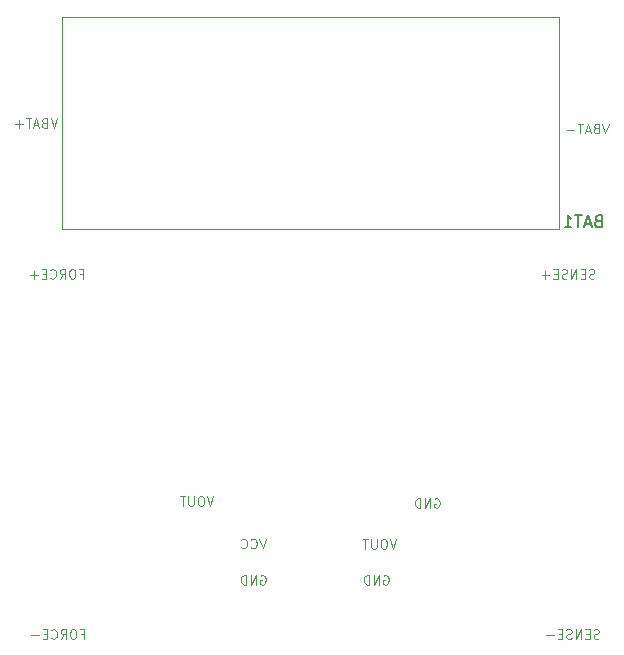
<source format=gbr>
%TF.GenerationSoftware,KiCad,Pcbnew,8.0.1*%
%TF.CreationDate,2024-04-22T08:31:39-07:00*%
%TF.ProjectId,milliohm_meter,6d696c6c-696f-4686-9d5f-6d657465722e,rev?*%
%TF.SameCoordinates,Original*%
%TF.FileFunction,Legend,Bot*%
%TF.FilePolarity,Positive*%
%FSLAX46Y46*%
G04 Gerber Fmt 4.6, Leading zero omitted, Abs format (unit mm)*
G04 Created by KiCad (PCBNEW 8.0.1) date 2024-04-22 08:31:39*
%MOMM*%
%LPD*%
G01*
G04 APERTURE LIST*
%ADD10C,0.100000*%
%ADD11C,0.150000*%
%ADD12C,0.120000*%
%ADD13C,6.400000*%
%ADD14R,1.700000X1.700000*%
%ADD15O,1.700000X1.700000*%
%ADD16C,4.000000*%
%ADD17C,0.900000*%
%ADD18C,1.270000*%
%ADD19C,2.940000*%
G04 APERTURE END LIST*
D10*
X161960830Y-76389000D02*
X161846544Y-76427095D01*
X161846544Y-76427095D02*
X161656068Y-76427095D01*
X161656068Y-76427095D02*
X161579877Y-76389000D01*
X161579877Y-76389000D02*
X161541782Y-76350904D01*
X161541782Y-76350904D02*
X161503687Y-76274714D01*
X161503687Y-76274714D02*
X161503687Y-76198523D01*
X161503687Y-76198523D02*
X161541782Y-76122333D01*
X161541782Y-76122333D02*
X161579877Y-76084238D01*
X161579877Y-76084238D02*
X161656068Y-76046142D01*
X161656068Y-76046142D02*
X161808449Y-76008047D01*
X161808449Y-76008047D02*
X161884639Y-75969952D01*
X161884639Y-75969952D02*
X161922734Y-75931857D01*
X161922734Y-75931857D02*
X161960830Y-75855666D01*
X161960830Y-75855666D02*
X161960830Y-75779476D01*
X161960830Y-75779476D02*
X161922734Y-75703285D01*
X161922734Y-75703285D02*
X161884639Y-75665190D01*
X161884639Y-75665190D02*
X161808449Y-75627095D01*
X161808449Y-75627095D02*
X161617972Y-75627095D01*
X161617972Y-75627095D02*
X161503687Y-75665190D01*
X161160829Y-76008047D02*
X160894163Y-76008047D01*
X160779877Y-76427095D02*
X161160829Y-76427095D01*
X161160829Y-76427095D02*
X161160829Y-75627095D01*
X161160829Y-75627095D02*
X160779877Y-75627095D01*
X160437019Y-76427095D02*
X160437019Y-75627095D01*
X160437019Y-75627095D02*
X159979876Y-76427095D01*
X159979876Y-76427095D02*
X159979876Y-75627095D01*
X159637020Y-76389000D02*
X159522734Y-76427095D01*
X159522734Y-76427095D02*
X159332258Y-76427095D01*
X159332258Y-76427095D02*
X159256067Y-76389000D01*
X159256067Y-76389000D02*
X159217972Y-76350904D01*
X159217972Y-76350904D02*
X159179877Y-76274714D01*
X159179877Y-76274714D02*
X159179877Y-76198523D01*
X159179877Y-76198523D02*
X159217972Y-76122333D01*
X159217972Y-76122333D02*
X159256067Y-76084238D01*
X159256067Y-76084238D02*
X159332258Y-76046142D01*
X159332258Y-76046142D02*
X159484639Y-76008047D01*
X159484639Y-76008047D02*
X159560829Y-75969952D01*
X159560829Y-75969952D02*
X159598924Y-75931857D01*
X159598924Y-75931857D02*
X159637020Y-75855666D01*
X159637020Y-75855666D02*
X159637020Y-75779476D01*
X159637020Y-75779476D02*
X159598924Y-75703285D01*
X159598924Y-75703285D02*
X159560829Y-75665190D01*
X159560829Y-75665190D02*
X159484639Y-75627095D01*
X159484639Y-75627095D02*
X159294162Y-75627095D01*
X159294162Y-75627095D02*
X159179877Y-75665190D01*
X158837019Y-76008047D02*
X158570353Y-76008047D01*
X158456067Y-76427095D02*
X158837019Y-76427095D01*
X158837019Y-76427095D02*
X158837019Y-75627095D01*
X158837019Y-75627095D02*
X158456067Y-75627095D01*
X158113209Y-76122333D02*
X157503686Y-76122333D01*
X157808447Y-76427095D02*
X157808447Y-75817571D01*
X118476068Y-106513447D02*
X118742734Y-106513447D01*
X118742734Y-106932495D02*
X118742734Y-106132495D01*
X118742734Y-106132495D02*
X118361782Y-106132495D01*
X117904639Y-106132495D02*
X117752258Y-106132495D01*
X117752258Y-106132495D02*
X117676068Y-106170590D01*
X117676068Y-106170590D02*
X117599877Y-106246780D01*
X117599877Y-106246780D02*
X117561782Y-106399161D01*
X117561782Y-106399161D02*
X117561782Y-106665828D01*
X117561782Y-106665828D02*
X117599877Y-106818209D01*
X117599877Y-106818209D02*
X117676068Y-106894400D01*
X117676068Y-106894400D02*
X117752258Y-106932495D01*
X117752258Y-106932495D02*
X117904639Y-106932495D01*
X117904639Y-106932495D02*
X117980830Y-106894400D01*
X117980830Y-106894400D02*
X118057020Y-106818209D01*
X118057020Y-106818209D02*
X118095116Y-106665828D01*
X118095116Y-106665828D02*
X118095116Y-106399161D01*
X118095116Y-106399161D02*
X118057020Y-106246780D01*
X118057020Y-106246780D02*
X117980830Y-106170590D01*
X117980830Y-106170590D02*
X117904639Y-106132495D01*
X116761782Y-106932495D02*
X117028449Y-106551542D01*
X117218925Y-106932495D02*
X117218925Y-106132495D01*
X117218925Y-106132495D02*
X116914163Y-106132495D01*
X116914163Y-106132495D02*
X116837973Y-106170590D01*
X116837973Y-106170590D02*
X116799878Y-106208685D01*
X116799878Y-106208685D02*
X116761782Y-106284876D01*
X116761782Y-106284876D02*
X116761782Y-106399161D01*
X116761782Y-106399161D02*
X116799878Y-106475352D01*
X116799878Y-106475352D02*
X116837973Y-106513447D01*
X116837973Y-106513447D02*
X116914163Y-106551542D01*
X116914163Y-106551542D02*
X117218925Y-106551542D01*
X115961782Y-106856304D02*
X115999878Y-106894400D01*
X115999878Y-106894400D02*
X116114163Y-106932495D01*
X116114163Y-106932495D02*
X116190354Y-106932495D01*
X116190354Y-106932495D02*
X116304640Y-106894400D01*
X116304640Y-106894400D02*
X116380830Y-106818209D01*
X116380830Y-106818209D02*
X116418925Y-106742019D01*
X116418925Y-106742019D02*
X116457021Y-106589638D01*
X116457021Y-106589638D02*
X116457021Y-106475352D01*
X116457021Y-106475352D02*
X116418925Y-106322971D01*
X116418925Y-106322971D02*
X116380830Y-106246780D01*
X116380830Y-106246780D02*
X116304640Y-106170590D01*
X116304640Y-106170590D02*
X116190354Y-106132495D01*
X116190354Y-106132495D02*
X116114163Y-106132495D01*
X116114163Y-106132495D02*
X115999878Y-106170590D01*
X115999878Y-106170590D02*
X115961782Y-106208685D01*
X115618925Y-106513447D02*
X115352259Y-106513447D01*
X115237973Y-106932495D02*
X115618925Y-106932495D01*
X115618925Y-106932495D02*
X115618925Y-106132495D01*
X115618925Y-106132495D02*
X115237973Y-106132495D01*
X114895115Y-106627733D02*
X114285592Y-106627733D01*
X162341830Y-106894400D02*
X162227544Y-106932495D01*
X162227544Y-106932495D02*
X162037068Y-106932495D01*
X162037068Y-106932495D02*
X161960877Y-106894400D01*
X161960877Y-106894400D02*
X161922782Y-106856304D01*
X161922782Y-106856304D02*
X161884687Y-106780114D01*
X161884687Y-106780114D02*
X161884687Y-106703923D01*
X161884687Y-106703923D02*
X161922782Y-106627733D01*
X161922782Y-106627733D02*
X161960877Y-106589638D01*
X161960877Y-106589638D02*
X162037068Y-106551542D01*
X162037068Y-106551542D02*
X162189449Y-106513447D01*
X162189449Y-106513447D02*
X162265639Y-106475352D01*
X162265639Y-106475352D02*
X162303734Y-106437257D01*
X162303734Y-106437257D02*
X162341830Y-106361066D01*
X162341830Y-106361066D02*
X162341830Y-106284876D01*
X162341830Y-106284876D02*
X162303734Y-106208685D01*
X162303734Y-106208685D02*
X162265639Y-106170590D01*
X162265639Y-106170590D02*
X162189449Y-106132495D01*
X162189449Y-106132495D02*
X161998972Y-106132495D01*
X161998972Y-106132495D02*
X161884687Y-106170590D01*
X161541829Y-106513447D02*
X161275163Y-106513447D01*
X161160877Y-106932495D02*
X161541829Y-106932495D01*
X161541829Y-106932495D02*
X161541829Y-106132495D01*
X161541829Y-106132495D02*
X161160877Y-106132495D01*
X160818019Y-106932495D02*
X160818019Y-106132495D01*
X160818019Y-106132495D02*
X160360876Y-106932495D01*
X160360876Y-106932495D02*
X160360876Y-106132495D01*
X160018020Y-106894400D02*
X159903734Y-106932495D01*
X159903734Y-106932495D02*
X159713258Y-106932495D01*
X159713258Y-106932495D02*
X159637067Y-106894400D01*
X159637067Y-106894400D02*
X159598972Y-106856304D01*
X159598972Y-106856304D02*
X159560877Y-106780114D01*
X159560877Y-106780114D02*
X159560877Y-106703923D01*
X159560877Y-106703923D02*
X159598972Y-106627733D01*
X159598972Y-106627733D02*
X159637067Y-106589638D01*
X159637067Y-106589638D02*
X159713258Y-106551542D01*
X159713258Y-106551542D02*
X159865639Y-106513447D01*
X159865639Y-106513447D02*
X159941829Y-106475352D01*
X159941829Y-106475352D02*
X159979924Y-106437257D01*
X159979924Y-106437257D02*
X160018020Y-106361066D01*
X160018020Y-106361066D02*
X160018020Y-106284876D01*
X160018020Y-106284876D02*
X159979924Y-106208685D01*
X159979924Y-106208685D02*
X159941829Y-106170590D01*
X159941829Y-106170590D02*
X159865639Y-106132495D01*
X159865639Y-106132495D02*
X159675162Y-106132495D01*
X159675162Y-106132495D02*
X159560877Y-106170590D01*
X159218019Y-106513447D02*
X158951353Y-106513447D01*
X158837067Y-106932495D02*
X159218019Y-106932495D01*
X159218019Y-106932495D02*
X159218019Y-106132495D01*
X159218019Y-106132495D02*
X158837067Y-106132495D01*
X158494209Y-106627733D02*
X157884686Y-106627733D01*
X163154620Y-63333495D02*
X162887953Y-64133495D01*
X162887953Y-64133495D02*
X162621287Y-63333495D01*
X162087954Y-63714447D02*
X161973668Y-63752542D01*
X161973668Y-63752542D02*
X161935573Y-63790638D01*
X161935573Y-63790638D02*
X161897477Y-63866828D01*
X161897477Y-63866828D02*
X161897477Y-63981114D01*
X161897477Y-63981114D02*
X161935573Y-64057304D01*
X161935573Y-64057304D02*
X161973668Y-64095400D01*
X161973668Y-64095400D02*
X162049858Y-64133495D01*
X162049858Y-64133495D02*
X162354620Y-64133495D01*
X162354620Y-64133495D02*
X162354620Y-63333495D01*
X162354620Y-63333495D02*
X162087954Y-63333495D01*
X162087954Y-63333495D02*
X162011763Y-63371590D01*
X162011763Y-63371590D02*
X161973668Y-63409685D01*
X161973668Y-63409685D02*
X161935573Y-63485876D01*
X161935573Y-63485876D02*
X161935573Y-63562066D01*
X161935573Y-63562066D02*
X161973668Y-63638257D01*
X161973668Y-63638257D02*
X162011763Y-63676352D01*
X162011763Y-63676352D02*
X162087954Y-63714447D01*
X162087954Y-63714447D02*
X162354620Y-63714447D01*
X161592716Y-63904923D02*
X161211763Y-63904923D01*
X161668906Y-64133495D02*
X161402239Y-63333495D01*
X161402239Y-63333495D02*
X161135573Y-64133495D01*
X160983192Y-63333495D02*
X160526049Y-63333495D01*
X160754621Y-64133495D02*
X160754621Y-63333495D01*
X160259382Y-63828733D02*
X159649859Y-63828733D01*
X116444020Y-62850895D02*
X116177353Y-63650895D01*
X116177353Y-63650895D02*
X115910687Y-62850895D01*
X115377354Y-63231847D02*
X115263068Y-63269942D01*
X115263068Y-63269942D02*
X115224973Y-63308038D01*
X115224973Y-63308038D02*
X115186877Y-63384228D01*
X115186877Y-63384228D02*
X115186877Y-63498514D01*
X115186877Y-63498514D02*
X115224973Y-63574704D01*
X115224973Y-63574704D02*
X115263068Y-63612800D01*
X115263068Y-63612800D02*
X115339258Y-63650895D01*
X115339258Y-63650895D02*
X115644020Y-63650895D01*
X115644020Y-63650895D02*
X115644020Y-62850895D01*
X115644020Y-62850895D02*
X115377354Y-62850895D01*
X115377354Y-62850895D02*
X115301163Y-62888990D01*
X115301163Y-62888990D02*
X115263068Y-62927085D01*
X115263068Y-62927085D02*
X115224973Y-63003276D01*
X115224973Y-63003276D02*
X115224973Y-63079466D01*
X115224973Y-63079466D02*
X115263068Y-63155657D01*
X115263068Y-63155657D02*
X115301163Y-63193752D01*
X115301163Y-63193752D02*
X115377354Y-63231847D01*
X115377354Y-63231847D02*
X115644020Y-63231847D01*
X114882116Y-63422323D02*
X114501163Y-63422323D01*
X114958306Y-63650895D02*
X114691639Y-62850895D01*
X114691639Y-62850895D02*
X114424973Y-63650895D01*
X114272592Y-62850895D02*
X113815449Y-62850895D01*
X114044021Y-63650895D02*
X114044021Y-62850895D01*
X113548782Y-63346133D02*
X112939259Y-63346133D01*
X113244020Y-63650895D02*
X113244020Y-63041371D01*
X148422687Y-95070790D02*
X148498877Y-95032695D01*
X148498877Y-95032695D02*
X148613163Y-95032695D01*
X148613163Y-95032695D02*
X148727449Y-95070790D01*
X148727449Y-95070790D02*
X148803639Y-95146980D01*
X148803639Y-95146980D02*
X148841734Y-95223171D01*
X148841734Y-95223171D02*
X148879830Y-95375552D01*
X148879830Y-95375552D02*
X148879830Y-95489838D01*
X148879830Y-95489838D02*
X148841734Y-95642219D01*
X148841734Y-95642219D02*
X148803639Y-95718409D01*
X148803639Y-95718409D02*
X148727449Y-95794600D01*
X148727449Y-95794600D02*
X148613163Y-95832695D01*
X148613163Y-95832695D02*
X148536972Y-95832695D01*
X148536972Y-95832695D02*
X148422687Y-95794600D01*
X148422687Y-95794600D02*
X148384591Y-95756504D01*
X148384591Y-95756504D02*
X148384591Y-95489838D01*
X148384591Y-95489838D02*
X148536972Y-95489838D01*
X148041734Y-95832695D02*
X148041734Y-95032695D01*
X148041734Y-95032695D02*
X147584591Y-95832695D01*
X147584591Y-95832695D02*
X147584591Y-95032695D01*
X147203639Y-95832695D02*
X147203639Y-95032695D01*
X147203639Y-95032695D02*
X147013163Y-95032695D01*
X147013163Y-95032695D02*
X146898877Y-95070790D01*
X146898877Y-95070790D02*
X146822687Y-95146980D01*
X146822687Y-95146980D02*
X146784592Y-95223171D01*
X146784592Y-95223171D02*
X146746496Y-95375552D01*
X146746496Y-95375552D02*
X146746496Y-95489838D01*
X146746496Y-95489838D02*
X146784592Y-95642219D01*
X146784592Y-95642219D02*
X146822687Y-95718409D01*
X146822687Y-95718409D02*
X146898877Y-95794600D01*
X146898877Y-95794600D02*
X147013163Y-95832695D01*
X147013163Y-95832695D02*
X147203639Y-95832695D01*
X145146020Y-98487095D02*
X144879353Y-99287095D01*
X144879353Y-99287095D02*
X144612687Y-98487095D01*
X144193639Y-98487095D02*
X144041258Y-98487095D01*
X144041258Y-98487095D02*
X143965068Y-98525190D01*
X143965068Y-98525190D02*
X143888877Y-98601380D01*
X143888877Y-98601380D02*
X143850782Y-98753761D01*
X143850782Y-98753761D02*
X143850782Y-99020428D01*
X143850782Y-99020428D02*
X143888877Y-99172809D01*
X143888877Y-99172809D02*
X143965068Y-99249000D01*
X143965068Y-99249000D02*
X144041258Y-99287095D01*
X144041258Y-99287095D02*
X144193639Y-99287095D01*
X144193639Y-99287095D02*
X144269830Y-99249000D01*
X144269830Y-99249000D02*
X144346020Y-99172809D01*
X144346020Y-99172809D02*
X144384116Y-99020428D01*
X144384116Y-99020428D02*
X144384116Y-98753761D01*
X144384116Y-98753761D02*
X144346020Y-98601380D01*
X144346020Y-98601380D02*
X144269830Y-98525190D01*
X144269830Y-98525190D02*
X144193639Y-98487095D01*
X143507925Y-98487095D02*
X143507925Y-99134714D01*
X143507925Y-99134714D02*
X143469830Y-99210904D01*
X143469830Y-99210904D02*
X143431735Y-99249000D01*
X143431735Y-99249000D02*
X143355544Y-99287095D01*
X143355544Y-99287095D02*
X143203163Y-99287095D01*
X143203163Y-99287095D02*
X143126973Y-99249000D01*
X143126973Y-99249000D02*
X143088878Y-99210904D01*
X143088878Y-99210904D02*
X143050782Y-99134714D01*
X143050782Y-99134714D02*
X143050782Y-98487095D01*
X142784116Y-98487095D02*
X142326973Y-98487095D01*
X142555545Y-99287095D02*
X142555545Y-98487095D01*
X144104687Y-101573190D02*
X144180877Y-101535095D01*
X144180877Y-101535095D02*
X144295163Y-101535095D01*
X144295163Y-101535095D02*
X144409449Y-101573190D01*
X144409449Y-101573190D02*
X144485639Y-101649380D01*
X144485639Y-101649380D02*
X144523734Y-101725571D01*
X144523734Y-101725571D02*
X144561830Y-101877952D01*
X144561830Y-101877952D02*
X144561830Y-101992238D01*
X144561830Y-101992238D02*
X144523734Y-102144619D01*
X144523734Y-102144619D02*
X144485639Y-102220809D01*
X144485639Y-102220809D02*
X144409449Y-102297000D01*
X144409449Y-102297000D02*
X144295163Y-102335095D01*
X144295163Y-102335095D02*
X144218972Y-102335095D01*
X144218972Y-102335095D02*
X144104687Y-102297000D01*
X144104687Y-102297000D02*
X144066591Y-102258904D01*
X144066591Y-102258904D02*
X144066591Y-101992238D01*
X144066591Y-101992238D02*
X144218972Y-101992238D01*
X143723734Y-102335095D02*
X143723734Y-101535095D01*
X143723734Y-101535095D02*
X143266591Y-102335095D01*
X143266591Y-102335095D02*
X143266591Y-101535095D01*
X142885639Y-102335095D02*
X142885639Y-101535095D01*
X142885639Y-101535095D02*
X142695163Y-101535095D01*
X142695163Y-101535095D02*
X142580877Y-101573190D01*
X142580877Y-101573190D02*
X142504687Y-101649380D01*
X142504687Y-101649380D02*
X142466592Y-101725571D01*
X142466592Y-101725571D02*
X142428496Y-101877952D01*
X142428496Y-101877952D02*
X142428496Y-101992238D01*
X142428496Y-101992238D02*
X142466592Y-102144619D01*
X142466592Y-102144619D02*
X142504687Y-102220809D01*
X142504687Y-102220809D02*
X142580877Y-102297000D01*
X142580877Y-102297000D02*
X142695163Y-102335095D01*
X142695163Y-102335095D02*
X142885639Y-102335095D01*
X134122420Y-98461695D02*
X133855753Y-99261695D01*
X133855753Y-99261695D02*
X133589087Y-98461695D01*
X132865277Y-99185504D02*
X132903373Y-99223600D01*
X132903373Y-99223600D02*
X133017658Y-99261695D01*
X133017658Y-99261695D02*
X133093849Y-99261695D01*
X133093849Y-99261695D02*
X133208135Y-99223600D01*
X133208135Y-99223600D02*
X133284325Y-99147409D01*
X133284325Y-99147409D02*
X133322420Y-99071219D01*
X133322420Y-99071219D02*
X133360516Y-98918838D01*
X133360516Y-98918838D02*
X133360516Y-98804552D01*
X133360516Y-98804552D02*
X133322420Y-98652171D01*
X133322420Y-98652171D02*
X133284325Y-98575980D01*
X133284325Y-98575980D02*
X133208135Y-98499790D01*
X133208135Y-98499790D02*
X133093849Y-98461695D01*
X133093849Y-98461695D02*
X133017658Y-98461695D01*
X133017658Y-98461695D02*
X132903373Y-98499790D01*
X132903373Y-98499790D02*
X132865277Y-98537885D01*
X132065277Y-99185504D02*
X132103373Y-99223600D01*
X132103373Y-99223600D02*
X132217658Y-99261695D01*
X132217658Y-99261695D02*
X132293849Y-99261695D01*
X132293849Y-99261695D02*
X132408135Y-99223600D01*
X132408135Y-99223600D02*
X132484325Y-99147409D01*
X132484325Y-99147409D02*
X132522420Y-99071219D01*
X132522420Y-99071219D02*
X132560516Y-98918838D01*
X132560516Y-98918838D02*
X132560516Y-98804552D01*
X132560516Y-98804552D02*
X132522420Y-98652171D01*
X132522420Y-98652171D02*
X132484325Y-98575980D01*
X132484325Y-98575980D02*
X132408135Y-98499790D01*
X132408135Y-98499790D02*
X132293849Y-98461695D01*
X132293849Y-98461695D02*
X132217658Y-98461695D01*
X132217658Y-98461695D02*
X132103373Y-98499790D01*
X132103373Y-98499790D02*
X132065277Y-98537885D01*
X129677420Y-94854895D02*
X129410753Y-95654895D01*
X129410753Y-95654895D02*
X129144087Y-94854895D01*
X128725039Y-94854895D02*
X128572658Y-94854895D01*
X128572658Y-94854895D02*
X128496468Y-94892990D01*
X128496468Y-94892990D02*
X128420277Y-94969180D01*
X128420277Y-94969180D02*
X128382182Y-95121561D01*
X128382182Y-95121561D02*
X128382182Y-95388228D01*
X128382182Y-95388228D02*
X128420277Y-95540609D01*
X128420277Y-95540609D02*
X128496468Y-95616800D01*
X128496468Y-95616800D02*
X128572658Y-95654895D01*
X128572658Y-95654895D02*
X128725039Y-95654895D01*
X128725039Y-95654895D02*
X128801230Y-95616800D01*
X128801230Y-95616800D02*
X128877420Y-95540609D01*
X128877420Y-95540609D02*
X128915516Y-95388228D01*
X128915516Y-95388228D02*
X128915516Y-95121561D01*
X128915516Y-95121561D02*
X128877420Y-94969180D01*
X128877420Y-94969180D02*
X128801230Y-94892990D01*
X128801230Y-94892990D02*
X128725039Y-94854895D01*
X128039325Y-94854895D02*
X128039325Y-95502514D01*
X128039325Y-95502514D02*
X128001230Y-95578704D01*
X128001230Y-95578704D02*
X127963135Y-95616800D01*
X127963135Y-95616800D02*
X127886944Y-95654895D01*
X127886944Y-95654895D02*
X127734563Y-95654895D01*
X127734563Y-95654895D02*
X127658373Y-95616800D01*
X127658373Y-95616800D02*
X127620278Y-95578704D01*
X127620278Y-95578704D02*
X127582182Y-95502514D01*
X127582182Y-95502514D02*
X127582182Y-94854895D01*
X127315516Y-94854895D02*
X126858373Y-94854895D01*
X127086945Y-95654895D02*
X127086945Y-94854895D01*
X133690687Y-101573190D02*
X133766877Y-101535095D01*
X133766877Y-101535095D02*
X133881163Y-101535095D01*
X133881163Y-101535095D02*
X133995449Y-101573190D01*
X133995449Y-101573190D02*
X134071639Y-101649380D01*
X134071639Y-101649380D02*
X134109734Y-101725571D01*
X134109734Y-101725571D02*
X134147830Y-101877952D01*
X134147830Y-101877952D02*
X134147830Y-101992238D01*
X134147830Y-101992238D02*
X134109734Y-102144619D01*
X134109734Y-102144619D02*
X134071639Y-102220809D01*
X134071639Y-102220809D02*
X133995449Y-102297000D01*
X133995449Y-102297000D02*
X133881163Y-102335095D01*
X133881163Y-102335095D02*
X133804972Y-102335095D01*
X133804972Y-102335095D02*
X133690687Y-102297000D01*
X133690687Y-102297000D02*
X133652591Y-102258904D01*
X133652591Y-102258904D02*
X133652591Y-101992238D01*
X133652591Y-101992238D02*
X133804972Y-101992238D01*
X133309734Y-102335095D02*
X133309734Y-101535095D01*
X133309734Y-101535095D02*
X132852591Y-102335095D01*
X132852591Y-102335095D02*
X132852591Y-101535095D01*
X132471639Y-102335095D02*
X132471639Y-101535095D01*
X132471639Y-101535095D02*
X132281163Y-101535095D01*
X132281163Y-101535095D02*
X132166877Y-101573190D01*
X132166877Y-101573190D02*
X132090687Y-101649380D01*
X132090687Y-101649380D02*
X132052592Y-101725571D01*
X132052592Y-101725571D02*
X132014496Y-101877952D01*
X132014496Y-101877952D02*
X132014496Y-101992238D01*
X132014496Y-101992238D02*
X132052592Y-102144619D01*
X132052592Y-102144619D02*
X132090687Y-102220809D01*
X132090687Y-102220809D02*
X132166877Y-102297000D01*
X132166877Y-102297000D02*
X132281163Y-102335095D01*
X132281163Y-102335095D02*
X132471639Y-102335095D01*
X118399868Y-76008047D02*
X118666534Y-76008047D01*
X118666534Y-76427095D02*
X118666534Y-75627095D01*
X118666534Y-75627095D02*
X118285582Y-75627095D01*
X117828439Y-75627095D02*
X117676058Y-75627095D01*
X117676058Y-75627095D02*
X117599868Y-75665190D01*
X117599868Y-75665190D02*
X117523677Y-75741380D01*
X117523677Y-75741380D02*
X117485582Y-75893761D01*
X117485582Y-75893761D02*
X117485582Y-76160428D01*
X117485582Y-76160428D02*
X117523677Y-76312809D01*
X117523677Y-76312809D02*
X117599868Y-76389000D01*
X117599868Y-76389000D02*
X117676058Y-76427095D01*
X117676058Y-76427095D02*
X117828439Y-76427095D01*
X117828439Y-76427095D02*
X117904630Y-76389000D01*
X117904630Y-76389000D02*
X117980820Y-76312809D01*
X117980820Y-76312809D02*
X118018916Y-76160428D01*
X118018916Y-76160428D02*
X118018916Y-75893761D01*
X118018916Y-75893761D02*
X117980820Y-75741380D01*
X117980820Y-75741380D02*
X117904630Y-75665190D01*
X117904630Y-75665190D02*
X117828439Y-75627095D01*
X116685582Y-76427095D02*
X116952249Y-76046142D01*
X117142725Y-76427095D02*
X117142725Y-75627095D01*
X117142725Y-75627095D02*
X116837963Y-75627095D01*
X116837963Y-75627095D02*
X116761773Y-75665190D01*
X116761773Y-75665190D02*
X116723678Y-75703285D01*
X116723678Y-75703285D02*
X116685582Y-75779476D01*
X116685582Y-75779476D02*
X116685582Y-75893761D01*
X116685582Y-75893761D02*
X116723678Y-75969952D01*
X116723678Y-75969952D02*
X116761773Y-76008047D01*
X116761773Y-76008047D02*
X116837963Y-76046142D01*
X116837963Y-76046142D02*
X117142725Y-76046142D01*
X115885582Y-76350904D02*
X115923678Y-76389000D01*
X115923678Y-76389000D02*
X116037963Y-76427095D01*
X116037963Y-76427095D02*
X116114154Y-76427095D01*
X116114154Y-76427095D02*
X116228440Y-76389000D01*
X116228440Y-76389000D02*
X116304630Y-76312809D01*
X116304630Y-76312809D02*
X116342725Y-76236619D01*
X116342725Y-76236619D02*
X116380821Y-76084238D01*
X116380821Y-76084238D02*
X116380821Y-75969952D01*
X116380821Y-75969952D02*
X116342725Y-75817571D01*
X116342725Y-75817571D02*
X116304630Y-75741380D01*
X116304630Y-75741380D02*
X116228440Y-75665190D01*
X116228440Y-75665190D02*
X116114154Y-75627095D01*
X116114154Y-75627095D02*
X116037963Y-75627095D01*
X116037963Y-75627095D02*
X115923678Y-75665190D01*
X115923678Y-75665190D02*
X115885582Y-75703285D01*
X115542725Y-76008047D02*
X115276059Y-76008047D01*
X115161773Y-76427095D02*
X115542725Y-76427095D01*
X115542725Y-76427095D02*
X115542725Y-75627095D01*
X115542725Y-75627095D02*
X115161773Y-75627095D01*
X114818915Y-76122333D02*
X114209392Y-76122333D01*
X114514153Y-76427095D02*
X114514153Y-75817571D01*
D11*
X162250285Y-71559009D02*
X162107428Y-71606628D01*
X162107428Y-71606628D02*
X162059809Y-71654247D01*
X162059809Y-71654247D02*
X162012190Y-71749485D01*
X162012190Y-71749485D02*
X162012190Y-71892342D01*
X162012190Y-71892342D02*
X162059809Y-71987580D01*
X162059809Y-71987580D02*
X162107428Y-72035200D01*
X162107428Y-72035200D02*
X162202666Y-72082819D01*
X162202666Y-72082819D02*
X162583618Y-72082819D01*
X162583618Y-72082819D02*
X162583618Y-71082819D01*
X162583618Y-71082819D02*
X162250285Y-71082819D01*
X162250285Y-71082819D02*
X162155047Y-71130438D01*
X162155047Y-71130438D02*
X162107428Y-71178057D01*
X162107428Y-71178057D02*
X162059809Y-71273295D01*
X162059809Y-71273295D02*
X162059809Y-71368533D01*
X162059809Y-71368533D02*
X162107428Y-71463771D01*
X162107428Y-71463771D02*
X162155047Y-71511390D01*
X162155047Y-71511390D02*
X162250285Y-71559009D01*
X162250285Y-71559009D02*
X162583618Y-71559009D01*
X161631237Y-71797104D02*
X161155047Y-71797104D01*
X161726475Y-72082819D02*
X161393142Y-71082819D01*
X161393142Y-71082819D02*
X161059809Y-72082819D01*
X160869332Y-71082819D02*
X160297904Y-71082819D01*
X160583618Y-72082819D02*
X160583618Y-71082819D01*
X159440761Y-72082819D02*
X160012189Y-72082819D01*
X159726475Y-72082819D02*
X159726475Y-71082819D01*
X159726475Y-71082819D02*
X159821713Y-71225676D01*
X159821713Y-71225676D02*
X159916951Y-71320914D01*
X159916951Y-71320914D02*
X160012189Y-71368533D01*
%TO.C,BAT1*%
D12*
X116922000Y-72246000D02*
X158922000Y-72246000D01*
X158922000Y-54246000D01*
X116922000Y-54246000D01*
X116922000Y-72246000D01*
%TD*%
%LPC*%
D13*
%TO.C,J8*%
X147574000Y-90678000D03*
%TD*%
D14*
%TO.C,J4*%
X136423000Y-99156200D03*
D15*
X136423000Y-101696200D03*
%TD*%
D13*
%TO.C,H2*%
X163830000Y-57150000D03*
%TD*%
D16*
%TO.C,J2*%
X116840000Y-83820000D03*
%TD*%
D17*
%TO.C,SW1*%
X110695200Y-66040000D03*
X110695200Y-72840000D03*
%TD*%
D14*
%TO.C,J3*%
X140487000Y-99156200D03*
D15*
X140487000Y-101696200D03*
%TD*%
D13*
%TO.C,H4*%
X148640800Y-102260400D03*
%TD*%
D16*
%TO.C,J6*%
X160020000Y-98806000D03*
%TD*%
D13*
%TO.C,J7*%
X128524000Y-90678000D03*
%TD*%
D16*
%TO.C,J5*%
X160020000Y-83820000D03*
%TD*%
D13*
%TO.C,H1*%
X111760000Y-57150000D03*
%TD*%
D16*
%TO.C,J1*%
X116840000Y-98806000D03*
%TD*%
D13*
%TO.C,H3*%
X127863600Y-102260400D03*
%TD*%
D18*
%TO.C,BAT1*%
X118357000Y-69616000D03*
D19*
X156922000Y-63246000D03*
X118952000Y-63246000D03*
%TD*%
%LPD*%
M02*

</source>
